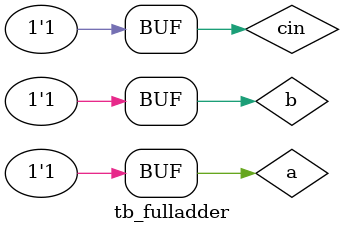
<source format=v>
module tb_fulladder;

reg a,b,cin;
wire s,c;

fulladder f1(.a(a),.b(b),.cin(cin),.s(s),.c(c));

initial 
begin
	{a,b,cin}=3'b000;
	#10{a,b,cin}=3'b001;
	#10{a,b,cin}=3'b010;
	#10{a,b,cin}=3'b011;
	#10{a,b,cin}=3'b100;
	#10{a,b,cin}=3'b101;
	#10{a,b,cin}=3'b110;
	#10{a,b,cin}=3'b111;
end

initial
$monitor($time,"a=%b b=%b cin=%b s=%b c=%b", a,b,cin,s,c);
endmodule 

</source>
